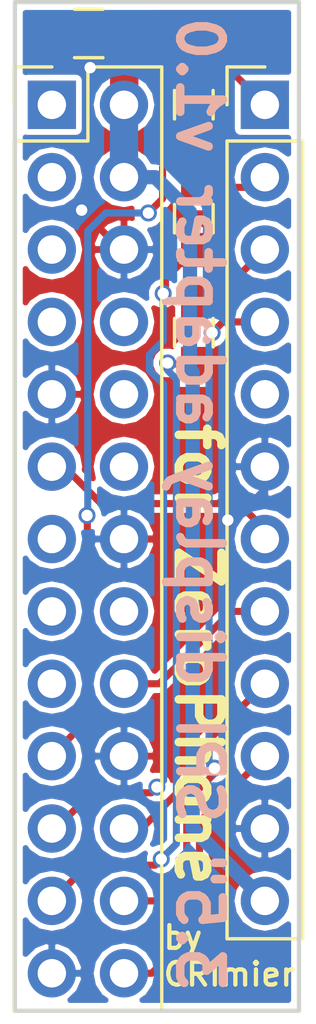
<source format=kicad_pcb>
(kicad_pcb (version 4) (host pcbnew 4.0.7)

  (general
    (links 21)
    (no_connects 0)
    (area 147.124999 101.324999 157.275001 136.875001)
    (thickness 1.6)
    (drawings 7)
    (tracks 98)
    (zones 0)
    (modules 6)
    (nets 14)
  )

  (page A4)
  (layers
    (0 F.Cu signal)
    (31 B.Cu signal)
    (32 B.Adhes user)
    (33 F.Adhes user)
    (34 B.Paste user)
    (35 F.Paste user)
    (36 B.SilkS user)
    (37 F.SilkS user)
    (38 B.Mask user)
    (39 F.Mask user)
    (40 Dwgs.User user)
    (41 Cmts.User user)
    (42 Eco1.User user)
    (43 Eco2.User user)
    (44 Edge.Cuts user)
    (45 Margin user)
    (46 B.CrtYd user)
    (47 F.CrtYd user)
    (48 B.Fab user hide)
    (49 F.Fab user hide)
  )

  (setup
    (last_trace_width 0.25)
    (user_trace_width 0.5)
    (user_trace_width 0.8)
    (user_trace_width 1)
    (trace_clearance 0.2)
    (zone_clearance 0.2)
    (zone_45_only no)
    (trace_min 0.2)
    (segment_width 0.2)
    (edge_width 0.15)
    (via_size 0.6)
    (via_drill 0.4)
    (via_min_size 0.4)
    (via_min_drill 0.3)
    (uvia_size 0.3)
    (uvia_drill 0.1)
    (uvias_allowed no)
    (uvia_min_size 0.2)
    (uvia_min_drill 0.1)
    (pcb_text_width 0.3)
    (pcb_text_size 1.5 1.5)
    (mod_edge_width 0.15)
    (mod_text_size 1 1)
    (mod_text_width 0.15)
    (pad_size 1.524 1.524)
    (pad_drill 0.762)
    (pad_to_mask_clearance 0.2)
    (aux_axis_origin 157.2 101.4)
    (visible_elements 7FFFFFFF)
    (pcbplotparams
      (layerselection 0x010f0_80000001)
      (usegerberextensions true)
      (usegerberattributes true)
      (excludeedgelayer true)
      (linewidth 0.100000)
      (plotframeref false)
      (viasonmask false)
      (mode 1)
      (useauxorigin true)
      (hpglpennumber 1)
      (hpglpenspeed 20)
      (hpglpendiameter 15)
      (hpglpenoverlay 2)
      (psnegative false)
      (psa4output false)
      (plotreference true)
      (plotvalue true)
      (plotinvisibletext false)
      (padsonsilk false)
      (subtractmaskfromsilk false)
      (outputformat 1)
      (mirror false)
      (drillshape 0)
      (scaleselection 1)
      (outputdirectory gerbers/))
  )

  (net 0 "")
  (net 1 +5V)
  (net 2 GND)
  (net 3 TP_IRQ)
  (net 4 D_DC)
  (net 5 MOSI)
  (net 6 MISO)
  (net 7 D_RST)
  (net 8 SCK)
  (net 9 D_CS)
  (net 10 TP_CS)
  (net 11 "Net-(J2-Pad1)")
  (net 12 "Net-(J2-Pad2)")
  (net 13 "Net-(J2-Pad3)")

  (net_class Default "This is the default net class."
    (clearance 0.2)
    (trace_width 0.25)
    (via_dia 0.6)
    (via_drill 0.4)
    (uvia_dia 0.3)
    (uvia_drill 0.1)
    (add_net +5V)
    (add_net D_CS)
    (add_net D_DC)
    (add_net D_RST)
    (add_net GND)
    (add_net MISO)
    (add_net MOSI)
    (add_net "Net-(J2-Pad1)")
    (add_net "Net-(J2-Pad2)")
    (add_net "Net-(J2-Pad3)")
    (add_net SCK)
    (add_net TP_CS)
    (add_net TP_IRQ)
  )

  (module Capacitors_SMD:C_0805_HandSoldering (layer F.Cu) (tedit 5AC0C477) (tstamp 5AC0C412)
    (at 149.8 102.5 180)
    (descr "Capacitor SMD 0805, hand soldering")
    (tags "capacitor 0805")
    (path /5AC0CF28)
    (attr smd)
    (fp_text reference C1 (at 0 -1.75 180) (layer F.SilkS) hide
      (effects (font (size 1 1) (thickness 0.15)))
    )
    (fp_text value 100nF (at 0 1.75 180) (layer F.Fab)
      (effects (font (size 1 1) (thickness 0.15)))
    )
    (fp_text user %R (at 0 -1.75 180) (layer F.Fab) hide
      (effects (font (size 1 1) (thickness 0.15)))
    )
    (fp_line (start -1 0.62) (end -1 -0.62) (layer F.Fab) (width 0.1))
    (fp_line (start 1 0.62) (end -1 0.62) (layer F.Fab) (width 0.1))
    (fp_line (start 1 -0.62) (end 1 0.62) (layer F.Fab) (width 0.1))
    (fp_line (start -1 -0.62) (end 1 -0.62) (layer F.Fab) (width 0.1))
    (fp_line (start 0.5 -0.85) (end -0.5 -0.85) (layer F.SilkS) (width 0.12))
    (fp_line (start -0.5 0.85) (end 0.5 0.85) (layer F.SilkS) (width 0.12))
    (fp_line (start -2.25 -0.88) (end 2.25 -0.88) (layer F.CrtYd) (width 0.05))
    (fp_line (start -2.25 -0.88) (end -2.25 0.87) (layer F.CrtYd) (width 0.05))
    (fp_line (start 2.25 0.87) (end 2.25 -0.88) (layer F.CrtYd) (width 0.05))
    (fp_line (start 2.25 0.87) (end -2.25 0.87) (layer F.CrtYd) (width 0.05))
    (pad 1 smd rect (at -1.25 0 180) (size 1.5 1.25) (layers F.Cu F.Paste F.Mask)
      (net 1 +5V))
    (pad 2 smd rect (at 1.25 0 180) (size 1.5 1.25) (layers F.Cu F.Paste F.Mask)
      (net 2 GND))
    (model Capacitors_SMD.3dshapes/C_0805.wrl
      (at (xyz 0 0 0))
      (scale (xyz 1 1 1))
      (rotate (xyz 0 0 0))
    )
  )

  (module Pin_Headers:Pin_Header_Straight_2x13_Pitch2.54mm (layer F.Cu) (tedit 5AC0C46D) (tstamp 5AC0C430)
    (at 148.5011 105.0036)
    (descr "Through hole straight pin header, 2x13, 2.54mm pitch, double rows")
    (tags "Through hole pin header THT 2x13 2.54mm double row")
    (path /5AC0C796)
    (fp_text reference J1 (at 1.27 -2.33) (layer F.SilkS) hide
      (effects (font (size 1 1) (thickness 0.15)))
    )
    (fp_text value DISPLAY (at 1.27 32.81) (layer F.Fab)
      (effects (font (size 1 1) (thickness 0.15)))
    )
    (fp_line (start 0 -1.27) (end 3.81 -1.27) (layer F.Fab) (width 0.1))
    (fp_line (start 3.81 -1.27) (end 3.81 31.75) (layer F.Fab) (width 0.1))
    (fp_line (start 3.81 31.75) (end -1.27 31.75) (layer F.Fab) (width 0.1))
    (fp_line (start -1.27 31.75) (end -1.27 0) (layer F.Fab) (width 0.1))
    (fp_line (start -1.27 0) (end 0 -1.27) (layer F.Fab) (width 0.1))
    (fp_line (start -1.33 31.81) (end 3.87 31.81) (layer F.SilkS) (width 0.12))
    (fp_line (start -1.33 1.27) (end -1.33 31.81) (layer F.SilkS) (width 0.12))
    (fp_line (start 3.87 -1.33) (end 3.87 31.81) (layer F.SilkS) (width 0.12))
    (fp_line (start -1.33 1.27) (end 1.27 1.27) (layer F.SilkS) (width 0.12))
    (fp_line (start 1.27 1.27) (end 1.27 -1.33) (layer F.SilkS) (width 0.12))
    (fp_line (start 1.27 -1.33) (end 3.87 -1.33) (layer F.SilkS) (width 0.12))
    (fp_line (start -1.33 0) (end -1.33 -1.33) (layer F.SilkS) (width 0.12))
    (fp_line (start -1.33 -1.33) (end 0 -1.33) (layer F.SilkS) (width 0.12))
    (fp_line (start -1.8 -1.8) (end -1.8 32.25) (layer F.CrtYd) (width 0.05))
    (fp_line (start -1.8 32.25) (end 4.35 32.25) (layer F.CrtYd) (width 0.05))
    (fp_line (start 4.35 32.25) (end 4.35 -1.8) (layer F.CrtYd) (width 0.05))
    (fp_line (start 4.35 -1.8) (end -1.8 -1.8) (layer F.CrtYd) (width 0.05))
    (fp_text user %R (at 1.27 15.24 90) (layer F.Fab) hide
      (effects (font (size 1 1) (thickness 0.15)))
    )
    (pad 1 thru_hole rect (at 0 0) (size 1.7 1.7) (drill 1) (layers *.Cu *.Mask))
    (pad 2 thru_hole oval (at 2.54 0) (size 1.7 1.7) (drill 1) (layers *.Cu *.Mask)
      (net 1 +5V))
    (pad 3 thru_hole oval (at 0 2.54) (size 1.7 1.7) (drill 1) (layers *.Cu *.Mask))
    (pad 4 thru_hole oval (at 2.54 2.54) (size 1.7 1.7) (drill 1) (layers *.Cu *.Mask)
      (net 1 +5V))
    (pad 5 thru_hole oval (at 0 5.08) (size 1.7 1.7) (drill 1) (layers *.Cu *.Mask))
    (pad 6 thru_hole oval (at 2.54 5.08) (size 1.7 1.7) (drill 1) (layers *.Cu *.Mask)
      (net 2 GND))
    (pad 7 thru_hole oval (at 0 7.62) (size 1.7 1.7) (drill 1) (layers *.Cu *.Mask))
    (pad 8 thru_hole oval (at 2.54 7.62) (size 1.7 1.7) (drill 1) (layers *.Cu *.Mask))
    (pad 9 thru_hole oval (at 0 10.16) (size 1.7 1.7) (drill 1) (layers *.Cu *.Mask)
      (net 2 GND))
    (pad 10 thru_hole oval (at 2.54 10.16) (size 1.7 1.7) (drill 1) (layers *.Cu *.Mask))
    (pad 11 thru_hole oval (at 0 12.7) (size 1.7 1.7) (drill 1) (layers *.Cu *.Mask)
      (net 3 TP_IRQ))
    (pad 12 thru_hole oval (at 2.54 12.7) (size 1.7 1.7) (drill 1) (layers *.Cu *.Mask))
    (pad 13 thru_hole oval (at 0 15.24) (size 1.7 1.7) (drill 1) (layers *.Cu *.Mask))
    (pad 14 thru_hole oval (at 2.54 15.24) (size 1.7 1.7) (drill 1) (layers *.Cu *.Mask)
      (net 2 GND))
    (pad 15 thru_hole oval (at 0 17.78) (size 1.7 1.7) (drill 1) (layers *.Cu *.Mask))
    (pad 16 thru_hole oval (at 2.54 17.78) (size 1.7 1.7) (drill 1) (layers *.Cu *.Mask))
    (pad 17 thru_hole oval (at 0 20.32) (size 1.7 1.7) (drill 1) (layers *.Cu *.Mask))
    (pad 18 thru_hole oval (at 2.54 20.32) (size 1.7 1.7) (drill 1) (layers *.Cu *.Mask)
      (net 4 D_DC))
    (pad 19 thru_hole oval (at 0 22.86) (size 1.7 1.7) (drill 1) (layers *.Cu *.Mask)
      (net 5 MOSI))
    (pad 20 thru_hole oval (at 2.54 22.86) (size 1.7 1.7) (drill 1) (layers *.Cu *.Mask)
      (net 2 GND))
    (pad 21 thru_hole oval (at 0 25.4) (size 1.7 1.7) (drill 1) (layers *.Cu *.Mask)
      (net 6 MISO))
    (pad 22 thru_hole oval (at 2.54 25.4) (size 1.7 1.7) (drill 1) (layers *.Cu *.Mask)
      (net 7 D_RST))
    (pad 23 thru_hole oval (at 0 27.94) (size 1.7 1.7) (drill 1) (layers *.Cu *.Mask)
      (net 8 SCK))
    (pad 24 thru_hole oval (at 2.54 27.94) (size 1.7 1.7) (drill 1) (layers *.Cu *.Mask)
      (net 9 D_CS))
    (pad 25 thru_hole oval (at 0 30.48) (size 1.7 1.7) (drill 1) (layers *.Cu *.Mask)
      (net 2 GND))
    (pad 26 thru_hole oval (at 2.54 30.48) (size 1.7 1.7) (drill 1) (layers *.Cu *.Mask)
      (net 10 TP_CS))
    (model ${KISYS3DMOD}/Pin_Headers.3dshapes/Pin_Header_Straight_2x13_Pitch2.54mm.wrl
      (at (xyz 0 0 0))
      (scale (xyz 1 1 1))
      (rotate (xyz 0 0 0))
    )
  )

  (module Resistors_SMD:R_0603_HandSoldering (layer F.Cu) (tedit 5AC0C47A) (tstamp 5AC0C447)
    (at 153.5 105 270)
    (descr "Resistor SMD 0603, hand soldering")
    (tags "resistor 0603")
    (path /5AC0C9D4)
    (attr smd)
    (fp_text reference R1 (at 0 -1.45 270) (layer F.SilkS) hide
      (effects (font (size 1 1) (thickness 0.15)))
    )
    (fp_text value 100 (at 0 1.55 270) (layer F.Fab)
      (effects (font (size 1 1) (thickness 0.15)))
    )
    (fp_text user %R (at 0 0 270) (layer F.Fab)
      (effects (font (size 0.4 0.4) (thickness 0.075)))
    )
    (fp_line (start -0.8 0.4) (end -0.8 -0.4) (layer F.Fab) (width 0.1))
    (fp_line (start 0.8 0.4) (end -0.8 0.4) (layer F.Fab) (width 0.1))
    (fp_line (start 0.8 -0.4) (end 0.8 0.4) (layer F.Fab) (width 0.1))
    (fp_line (start -0.8 -0.4) (end 0.8 -0.4) (layer F.Fab) (width 0.1))
    (fp_line (start 0.5 0.68) (end -0.5 0.68) (layer F.SilkS) (width 0.12))
    (fp_line (start -0.5 -0.68) (end 0.5 -0.68) (layer F.SilkS) (width 0.12))
    (fp_line (start -1.96 -0.7) (end 1.95 -0.7) (layer F.CrtYd) (width 0.05))
    (fp_line (start -1.96 -0.7) (end -1.96 0.7) (layer F.CrtYd) (width 0.05))
    (fp_line (start 1.95 0.7) (end 1.95 -0.7) (layer F.CrtYd) (width 0.05))
    (fp_line (start 1.95 0.7) (end -1.96 0.7) (layer F.CrtYd) (width 0.05))
    (pad 1 smd rect (at -1.1 0 270) (size 1.2 0.9) (layers F.Cu F.Paste F.Mask)
      (net 11 "Net-(J2-Pad1)"))
    (pad 2 smd rect (at 1.1 0 270) (size 1.2 0.9) (layers F.Cu F.Paste F.Mask)
      (net 5 MOSI))
    (model ${KISYS3DMOD}/Resistors_SMD.3dshapes/R_0603.wrl
      (at (xyz 0 0 0))
      (scale (xyz 1 1 1))
      (rotate (xyz 0 0 0))
    )
  )

  (module Resistors_SMD:R_0603_HandSoldering (layer F.Cu) (tedit 5AC0C480) (tstamp 5AC0C44D)
    (at 153.5 109 270)
    (descr "Resistor SMD 0603, hand soldering")
    (tags "resistor 0603")
    (path /5AC0CA6C)
    (attr smd)
    (fp_text reference R2 (at 0 -1.45 270) (layer F.SilkS) hide
      (effects (font (size 1 1) (thickness 0.15)))
    )
    (fp_text value 100 (at 0 1.55 270) (layer F.Fab)
      (effects (font (size 1 1) (thickness 0.15)))
    )
    (fp_text user %R (at 0 0 270) (layer F.Fab)
      (effects (font (size 0.4 0.4) (thickness 0.075)))
    )
    (fp_line (start -0.8 0.4) (end -0.8 -0.4) (layer F.Fab) (width 0.1))
    (fp_line (start 0.8 0.4) (end -0.8 0.4) (layer F.Fab) (width 0.1))
    (fp_line (start 0.8 -0.4) (end 0.8 0.4) (layer F.Fab) (width 0.1))
    (fp_line (start -0.8 -0.4) (end 0.8 -0.4) (layer F.Fab) (width 0.1))
    (fp_line (start 0.5 0.68) (end -0.5 0.68) (layer F.SilkS) (width 0.12))
    (fp_line (start -0.5 -0.68) (end 0.5 -0.68) (layer F.SilkS) (width 0.12))
    (fp_line (start -1.96 -0.7) (end 1.95 -0.7) (layer F.CrtYd) (width 0.05))
    (fp_line (start -1.96 -0.7) (end -1.96 0.7) (layer F.CrtYd) (width 0.05))
    (fp_line (start 1.95 0.7) (end 1.95 -0.7) (layer F.CrtYd) (width 0.05))
    (fp_line (start 1.95 0.7) (end -1.96 0.7) (layer F.CrtYd) (width 0.05))
    (pad 1 smd rect (at -1.1 0 270) (size 1.2 0.9) (layers F.Cu F.Paste F.Mask)
      (net 12 "Net-(J2-Pad2)"))
    (pad 2 smd rect (at 1.1 0 270) (size 1.2 0.9) (layers F.Cu F.Paste F.Mask)
      (net 6 MISO))
    (model ${KISYS3DMOD}/Resistors_SMD.3dshapes/R_0603.wrl
      (at (xyz 0 0 0))
      (scale (xyz 1 1 1))
      (rotate (xyz 0 0 0))
    )
  )

  (module Resistors_SMD:R_0603_HandSoldering (layer F.Cu) (tedit 5AC0C47D) (tstamp 5AC0C453)
    (at 153.5 113 270)
    (descr "Resistor SMD 0603, hand soldering")
    (tags "resistor 0603")
    (path /5AC0CA88)
    (attr smd)
    (fp_text reference R3 (at 0 -1.45 270) (layer F.SilkS) hide
      (effects (font (size 1 1) (thickness 0.15)))
    )
    (fp_text value 100 (at 0 1.55 270) (layer F.Fab)
      (effects (font (size 1 1) (thickness 0.15)))
    )
    (fp_text user %R (at 0 0 270) (layer F.Fab)
      (effects (font (size 0.4 0.4) (thickness 0.075)))
    )
    (fp_line (start -0.8 0.4) (end -0.8 -0.4) (layer F.Fab) (width 0.1))
    (fp_line (start 0.8 0.4) (end -0.8 0.4) (layer F.Fab) (width 0.1))
    (fp_line (start 0.8 -0.4) (end 0.8 0.4) (layer F.Fab) (width 0.1))
    (fp_line (start -0.8 -0.4) (end 0.8 -0.4) (layer F.Fab) (width 0.1))
    (fp_line (start 0.5 0.68) (end -0.5 0.68) (layer F.SilkS) (width 0.12))
    (fp_line (start -0.5 -0.68) (end 0.5 -0.68) (layer F.SilkS) (width 0.12))
    (fp_line (start -1.96 -0.7) (end 1.95 -0.7) (layer F.CrtYd) (width 0.05))
    (fp_line (start -1.96 -0.7) (end -1.96 0.7) (layer F.CrtYd) (width 0.05))
    (fp_line (start 1.95 0.7) (end 1.95 -0.7) (layer F.CrtYd) (width 0.05))
    (fp_line (start 1.95 0.7) (end -1.96 0.7) (layer F.CrtYd) (width 0.05))
    (pad 1 smd rect (at -1.1 0 270) (size 1.2 0.9) (layers F.Cu F.Paste F.Mask)
      (net 13 "Net-(J2-Pad3)"))
    (pad 2 smd rect (at 1.1 0 270) (size 1.2 0.9) (layers F.Cu F.Paste F.Mask)
      (net 8 SCK))
    (model ${KISYS3DMOD}/Resistors_SMD.3dshapes/R_0603.wrl
      (at (xyz 0 0 0))
      (scale (xyz 1 1 1))
      (rotate (xyz 0 0 0))
    )
  )

  (module Pin_Headers:Pin_Header_Straight_1x12_Pitch2.54mm (layer F.Cu) (tedit 5AC0C46F) (tstamp 5AC0C47C)
    (at 156 105.0036)
    (descr "Through hole straight pin header, 1x12, 2.54mm pitch, single row")
    (tags "Through hole pin header THT 1x12 2.54mm single row")
    (path /5AC0C764)
    (fp_text reference J2 (at 0 -2.33) (layer F.SilkS) hide
      (effects (font (size 1 1) (thickness 0.15)))
    )
    (fp_text value SPI_CONN (at 0 30.27) (layer F.Fab)
      (effects (font (size 1 1) (thickness 0.15)))
    )
    (fp_line (start -0.635 -1.27) (end 1.27 -1.27) (layer F.Fab) (width 0.1))
    (fp_line (start 1.27 -1.27) (end 1.27 29.21) (layer F.Fab) (width 0.1))
    (fp_line (start 1.27 29.21) (end -1.27 29.21) (layer F.Fab) (width 0.1))
    (fp_line (start -1.27 29.21) (end -1.27 -0.635) (layer F.Fab) (width 0.1))
    (fp_line (start -1.27 -0.635) (end -0.635 -1.27) (layer F.Fab) (width 0.1))
    (fp_line (start -1.33 29.27) (end 1.33 29.27) (layer F.SilkS) (width 0.12))
    (fp_line (start -1.33 1.27) (end -1.33 29.27) (layer F.SilkS) (width 0.12))
    (fp_line (start 1.33 1.27) (end 1.33 29.27) (layer F.SilkS) (width 0.12))
    (fp_line (start -1.33 1.27) (end 1.33 1.27) (layer F.SilkS) (width 0.12))
    (fp_line (start -1.33 0) (end -1.33 -1.33) (layer F.SilkS) (width 0.12))
    (fp_line (start -1.33 -1.33) (end 0 -1.33) (layer F.SilkS) (width 0.12))
    (fp_line (start -1.8 -1.8) (end -1.8 29.75) (layer F.CrtYd) (width 0.05))
    (fp_line (start -1.8 29.75) (end 1.8 29.75) (layer F.CrtYd) (width 0.05))
    (fp_line (start 1.8 29.75) (end 1.8 -1.8) (layer F.CrtYd) (width 0.05))
    (fp_line (start 1.8 -1.8) (end -1.8 -1.8) (layer F.CrtYd) (width 0.05))
    (fp_text user %R (at 0 13.97 90) (layer F.Fab) hide
      (effects (font (size 1 1) (thickness 0.15)))
    )
    (pad 1 thru_hole rect (at 0 0) (size 1.7 1.7) (drill 1) (layers *.Cu *.Mask)
      (net 11 "Net-(J2-Pad1)"))
    (pad 2 thru_hole oval (at 0 2.54) (size 1.7 1.7) (drill 1) (layers *.Cu *.Mask)
      (net 12 "Net-(J2-Pad2)"))
    (pad 3 thru_hole oval (at 0 5.08) (size 1.7 1.7) (drill 1) (layers *.Cu *.Mask)
      (net 13 "Net-(J2-Pad3)"))
    (pad 4 thru_hole oval (at 0 7.62) (size 1.7 1.7) (drill 1) (layers *.Cu *.Mask)
      (net 9 D_CS))
    (pad 5 thru_hole oval (at 0 10.16) (size 1.7 1.7) (drill 1) (layers *.Cu *.Mask))
    (pad 6 thru_hole oval (at 0 12.7) (size 1.7 1.7) (drill 1) (layers *.Cu *.Mask)
      (net 2 GND))
    (pad 7 thru_hole oval (at 0 15.24) (size 1.7 1.7) (drill 1) (layers *.Cu *.Mask)
      (net 3 TP_IRQ))
    (pad 8 thru_hole oval (at 0 17.78) (size 1.7 1.7) (drill 1) (layers *.Cu *.Mask)
      (net 4 D_DC))
    (pad 9 thru_hole oval (at 0 20.32) (size 1.7 1.7) (drill 1) (layers *.Cu *.Mask)
      (net 7 D_RST))
    (pad 10 thru_hole oval (at 0 22.86) (size 1.7 1.7) (drill 1) (layers *.Cu *.Mask)
      (net 10 TP_CS))
    (pad 11 thru_hole oval (at 0 25.4) (size 1.7 1.7) (drill 1) (layers *.Cu *.Mask)
      (net 2 GND))
    (pad 12 thru_hole oval (at 0 27.94) (size 1.7 1.7) (drill 1) (layers *.Cu *.Mask)
      (net 1 +5V))
    (model Pin_Headers.3dshapes/Pin_Header_Angled_1x12_Pitch2.54mm.wrl
      (at (xyz 0 0 0))
      (scale (xyz 1 1 1))
      (rotate (xyz 0 0 0))
    )
  )

  (gr_text "by\nCRImier" (at 152.35 134.875) (layer F.SilkS)
    (effects (font (size 0.8 0.8) (thickness 0.15)) (justify left))
  )
  (gr_text "for ZeroPhone" (at 153.65 124.3 270) (layer F.SilkS) (tstamp 5AC0CD9C)
    (effects (font (size 1.5 1.5) (thickness 0.3)))
  )
  (gr_text "3.5\" SPI display adapter v1.0" (at 153.7 119 270) (layer B.SilkS)
    (effects (font (size 1.5 1.5) (thickness 0.3)) (justify mirror))
  )
  (gr_line (start 147.2 136.8) (end 147.2 101.4) (layer Edge.Cuts) (width 0.15))
  (gr_line (start 157.2 136.8) (end 147.2 136.8) (layer Edge.Cuts) (width 0.15))
  (gr_line (start 157.2 101.4) (end 157.2 136.8) (layer Edge.Cuts) (width 0.15))
  (gr_line (start 147.2 101.4) (end 157.2 101.4) (layer Edge.Cuts) (width 0.15))

  (segment (start 153.365506 114.302043) (end 153.365506 108.769569) (width 0.5) (layer B.Cu) (net 1))
  (segment (start 156 132.9436) (end 153.460677 130.404277) (width 0.5) (layer B.Cu) (net 1))
  (segment (start 153.365506 108.769569) (end 152.139537 107.5436) (width 0.5) (layer B.Cu) (net 1))
  (segment (start 153.460677 130.404277) (end 153.460677 114.397214) (width 0.5) (layer B.Cu) (net 1))
  (segment (start 153.460677 114.397214) (end 153.365506 114.302043) (width 0.5) (layer B.Cu) (net 1))
  (segment (start 152.139537 107.5436) (end 151.0411 107.5436) (width 0.5) (layer B.Cu) (net 1))
  (segment (start 151.05 102.5) (end 151.05 104.9947) (width 1) (layer F.Cu) (net 1))
  (segment (start 151.05 104.9947) (end 151.0411 105.0036) (width 1) (layer F.Cu) (net 1))
  (segment (start 151.0411 107.5436) (end 151.0411 105.0036) (width 1) (layer B.Cu) (net 1))
  (segment (start 148.55 102.5) (end 148.65 102.5) (width 0.25) (layer F.Cu) (net 2))
  (segment (start 148.65 102.5) (end 149.85 103.7) (width 0.25) (layer F.Cu) (net 2))
  (via (at 149.85 103.7) (size 0.6) (drill 0.4) (layers F.Cu B.Cu) (net 2))
  (segment (start 151.0411 110.0836) (end 150.9336 110.0836) (width 0.25) (layer F.Cu) (net 2))
  (segment (start 150.9336 110.0836) (end 149.55 108.7) (width 0.25) (layer F.Cu) (net 2))
  (via (at 149.55 108.7) (size 0.6) (drill 0.4) (layers F.Cu B.Cu) (net 2))
  (segment (start 154.926654 119.577944) (end 154.696599 119.577944) (width 0.25) (layer B.Cu) (net 2))
  (segment (start 156 118.504598) (end 154.926654 119.577944) (width 0.25) (layer B.Cu) (net 2))
  (segment (start 156 117.7036) (end 156 118.504598) (width 0.25) (layer B.Cu) (net 2))
  (segment (start 151.0411 120.2436) (end 154.4564 120.2436) (width 0.25) (layer F.Cu) (net 2))
  (via (at 154.696599 119.577944) (size 0.6) (drill 0.4) (layers F.Cu B.Cu) (net 2))
  (segment (start 154.4564 120.2436) (end 154.696599 120.003401) (width 0.25) (layer F.Cu) (net 2))
  (segment (start 154.696599 120.003401) (end 154.696599 119.577944) (width 0.25) (layer F.Cu) (net 2))
  (segment (start 151.0411 110.0836) (end 151.0411 109.9411) (width 0.25) (layer B.Cu) (net 2))
  (segment (start 154.366125 119) (end 154.440824 118.925301) (width 0.25) (layer F.Cu) (net 3))
  (segment (start 155.016936 118.925301) (end 156 119.908365) (width 0.25) (layer F.Cu) (net 3))
  (segment (start 154.440824 118.925301) (end 155.016936 118.925301) (width 0.25) (layer F.Cu) (net 3))
  (segment (start 148.937338 117.7036) (end 150.233738 119) (width 0.25) (layer F.Cu) (net 3))
  (segment (start 150.233738 119) (end 154.366125 119) (width 0.25) (layer F.Cu) (net 3))
  (segment (start 148.5011 117.7036) (end 148.937338 117.7036) (width 0.25) (layer F.Cu) (net 3))
  (segment (start 156 119.908365) (end 156 120.2436) (width 0.25) (layer F.Cu) (net 3))
  (segment (start 151.0411 125.3236) (end 152.2764 125.3236) (width 0.25) (layer F.Cu) (net 4))
  (segment (start 152.2764 125.3236) (end 154.8164 122.7836) (width 0.25) (layer F.Cu) (net 4))
  (segment (start 154.8164 122.7836) (end 156 122.7836) (width 0.25) (layer F.Cu) (net 4))
  (segment (start 151.9 108.8) (end 150.4 108.8) (width 0.25) (layer B.Cu) (net 5))
  (segment (start 150.4 108.8) (end 149.766028 109.433972) (width 0.25) (layer B.Cu) (net 5))
  (segment (start 149.766028 119.388361) (end 149.739395 119.414994) (width 0.25) (layer B.Cu) (net 5))
  (segment (start 149.766028 109.433972) (end 149.766028 119.388361) (width 0.25) (layer B.Cu) (net 5))
  (segment (start 149.75 119.425599) (end 149.739395 119.414994) (width 0.25) (layer F.Cu) (net 5))
  (segment (start 149.75 126.6) (end 149.75 119.425599) (width 0.25) (layer F.Cu) (net 5))
  (segment (start 148.5011 127.8636) (end 148.5011 127.8489) (width 0.25) (layer F.Cu) (net 5))
  (segment (start 148.5011 127.8489) (end 149.75 126.6) (width 0.25) (layer F.Cu) (net 5))
  (via (at 149.739395 119.414994) (size 0.6) (drill 0.4) (layers F.Cu B.Cu) (net 5))
  (via (at 151.9 108.8) (size 0.6) (drill 0.4) (layers F.Cu B.Cu) (net 5))
  (segment (start 152.4 108.3) (end 151.9 108.8) (width 0.25) (layer F.Cu) (net 5))
  (segment (start 152.4 107.2) (end 152.4 108.3) (width 0.25) (layer F.Cu) (net 5))
  (segment (start 153.5 106.1) (end 152.4 107.2) (width 0.25) (layer F.Cu) (net 5))
  (segment (start 152.2 128.95) (end 152.435655 128.714345) (width 0.25) (layer B.Cu) (net 6))
  (segment (start 151.937915 113.771954) (end 152.421037 113.288832) (width 0.25) (layer B.Cu) (net 6))
  (segment (start 152.435655 128.714345) (end 152.435655 114.815657) (width 0.25) (layer B.Cu) (net 6))
  (segment (start 152.435655 114.815657) (end 151.937915 114.317917) (width 0.25) (layer B.Cu) (net 6))
  (segment (start 151.937915 114.317917) (end 151.937915 113.771954) (width 0.25) (layer B.Cu) (net 6))
  (segment (start 152.421037 113.288832) (end 152.421037 111.624925) (width 0.25) (layer B.Cu) (net 6))
  (segment (start 152.502492 111.097508) (end 152.502492 111.54347) (width 0.25) (layer F.Cu) (net 6))
  (segment (start 153.5 110.1) (end 152.502492 111.097508) (width 0.25) (layer F.Cu) (net 6))
  (via (at 152.421037 111.624925) (size 0.6) (drill 0.4) (layers F.Cu B.Cu) (net 6))
  (segment (start 152.502492 111.54347) (end 152.421037 111.624925) (width 0.25) (layer F.Cu) (net 6))
  (segment (start 149.9 129.15) (end 152 129.15) (width 0.25) (layer F.Cu) (net 6))
  (segment (start 152 129.15) (end 152.2 128.95) (width 0.25) (layer F.Cu) (net 6))
  (via (at 152.2 128.95) (size 0.6) (drill 0.4) (layers F.Cu B.Cu) (net 6))
  (segment (start 148.6464 130.4036) (end 149.9 129.15) (width 0.25) (layer F.Cu) (net 6))
  (segment (start 148.5011 130.4036) (end 148.6464 130.4036) (width 0.25) (layer F.Cu) (net 6))
  (segment (start 151.0411 130.4036) (end 151.659128 130.4036) (width 0.25) (layer F.Cu) (net 7))
  (segment (start 151.659128 130.4036) (end 153.6 128.462728) (width 0.25) (layer F.Cu) (net 7))
  (segment (start 153.6 128.462728) (end 153.6 127.7236) (width 0.25) (layer F.Cu) (net 7))
  (segment (start 153.6 127.7236) (end 156 125.3236) (width 0.25) (layer F.Cu) (net 7))
  (segment (start 152.577125 114.320717) (end 152.577125 114.063969) (width 0.25) (layer B.Cu) (net 8))
  (segment (start 152.352455 131.476885) (end 152.885666 130.943674) (width 0.25) (layer B.Cu) (net 8))
  (segment (start 152.885666 130.943674) (end 152.885666 114.629257) (width 0.25) (layer B.Cu) (net 8))
  (segment (start 152.885666 114.629257) (end 152.577125 114.320717) (width 0.25) (layer B.Cu) (net 8))
  (segment (start 152.613156 114.1) (end 152.577125 114.063969) (width 0.25) (layer F.Cu) (net 8))
  (segment (start 153.5 114.1) (end 152.613156 114.1) (width 0.25) (layer F.Cu) (net 8))
  (via (at 152.577125 114.063969) (size 0.6) (drill 0.4) (layers F.Cu B.Cu) (net 8))
  (segment (start 148.5011 132.9436) (end 149.754271 131.690429) (width 0.25) (layer F.Cu) (net 8))
  (segment (start 149.754271 131.690429) (end 152.138911 131.690429) (width 0.25) (layer F.Cu) (net 8))
  (segment (start 152.138911 131.690429) (end 152.352455 131.476885) (width 0.25) (layer F.Cu) (net 8))
  (via (at 152.352455 131.476885) (size 0.6) (drill 0.4) (layers F.Cu B.Cu) (net 8))
  (segment (start 154.522461 112.6236) (end 154.144747 113.001314) (width 0.25) (layer F.Cu) (net 9))
  (segment (start 156 112.6236) (end 154.522461 112.6236) (width 0.25) (layer F.Cu) (net 9))
  (segment (start 154.035686 113.110375) (end 154.144747 113.001314) (width 0.25) (layer B.Cu) (net 9))
  (segment (start 154.035686 128.094421) (end 154.035686 113.110375) (width 0.25) (layer B.Cu) (net 9))
  (segment (start 154.225007 128.283742) (end 154.035686 128.094421) (width 0.25) (layer B.Cu) (net 9))
  (via (at 154.144747 113.001314) (size 0.6) (drill 0.4) (layers F.Cu B.Cu) (net 9))
  (segment (start 154.225007 128.474131) (end 154.225007 128.283742) (width 0.25) (layer F.Cu) (net 9))
  (segment (start 153.250997 132.360776) (end 153.250997 129.448141) (width 0.25) (layer F.Cu) (net 9))
  (segment (start 151.0411 132.9436) (end 152.668173 132.9436) (width 0.25) (layer F.Cu) (net 9))
  (segment (start 153.250997 129.448141) (end 154.225007 128.474131) (width 0.25) (layer F.Cu) (net 9))
  (segment (start 152.668173 132.9436) (end 153.250997 132.360776) (width 0.25) (layer F.Cu) (net 9))
  (via (at 154.225007 128.283742) (size 0.6) (drill 0.4) (layers F.Cu B.Cu) (net 9))
  (segment (start 153.701008 133.798992) (end 153.701008 130.162592) (width 0.25) (layer F.Cu) (net 10))
  (segment (start 153.701008 130.162592) (end 156 127.8636) (width 0.25) (layer F.Cu) (net 10))
  (segment (start 151.0411 135.4836) (end 152.0164 135.4836) (width 0.25) (layer F.Cu) (net 10))
  (segment (start 152.0164 135.4836) (end 153.701008 133.798992) (width 0.25) (layer F.Cu) (net 10))
  (segment (start 153.5 103.9) (end 154.8964 103.9) (width 0.25) (layer F.Cu) (net 11))
  (segment (start 154.8964 103.9) (end 156 105.0036) (width 0.25) (layer F.Cu) (net 11))
  (segment (start 153.5 107.9) (end 155.6436 107.9) (width 0.25) (layer F.Cu) (net 12))
  (segment (start 155.6436 107.9) (end 156 107.5436) (width 0.25) (layer F.Cu) (net 12))
  (segment (start 153.5 111.9) (end 154.1836 111.9) (width 0.25) (layer F.Cu) (net 13))
  (segment (start 154.1836 111.9) (end 156 110.0836) (width 0.25) (layer F.Cu) (net 13))

  (zone (net 2) (net_name GND) (layer B.Cu) (tstamp 0) (hatch edge 0.508)
    (connect_pads (clearance 0.2))
    (min_thickness 0.2)
    (fill yes (arc_segments 16) (thermal_gap 0.2) (thermal_bridge_width 0.24))
    (polygon
      (pts
        (xy 147.2 101.4) (xy 157.2 101.4) (xy 157.2 136.8) (xy 147.2 136.8)
      )
    )
    (filled_polygon
      (pts
        (xy 152.010655 119.646573) (xy 151.983086 119.583928) (xy 151.658936 119.27366) (xy 151.240726 119.111057) (xy 151.0611 119.168772)
        (xy 151.0611 120.2236) (xy 151.0811 120.2236) (xy 151.0811 120.2636) (xy 151.0611 120.2636) (xy 151.0611 121.318428)
        (xy 151.240726 121.376143) (xy 151.658936 121.21354) (xy 151.983086 120.903272) (xy 152.010655 120.840627) (xy 152.010655 122.170751)
        (xy 151.876803 121.970427) (xy 151.503716 121.721139) (xy 151.06363 121.6336) (xy 151.01857 121.6336) (xy 150.578484 121.721139)
        (xy 150.205397 121.970427) (xy 149.956109 122.343514) (xy 149.86857 122.7836) (xy 149.956109 123.223686) (xy 150.205397 123.596773)
        (xy 150.578484 123.846061) (xy 151.01857 123.9336) (xy 151.06363 123.9336) (xy 151.503716 123.846061) (xy 151.876803 123.596773)
        (xy 152.010655 123.396449) (xy 152.010655 124.710751) (xy 151.876803 124.510427) (xy 151.503716 124.261139) (xy 151.06363 124.1736)
        (xy 151.01857 124.1736) (xy 150.578484 124.261139) (xy 150.205397 124.510427) (xy 149.956109 124.883514) (xy 149.86857 125.3236)
        (xy 149.956109 125.763686) (xy 150.205397 126.136773) (xy 150.578484 126.386061) (xy 151.01857 126.4736) (xy 151.06363 126.4736)
        (xy 151.503716 126.386061) (xy 151.876803 126.136773) (xy 152.010655 125.936449) (xy 152.010655 127.266573) (xy 151.983086 127.203928)
        (xy 151.658936 126.89366) (xy 151.240726 126.731057) (xy 151.0611 126.788772) (xy 151.0611 127.8436) (xy 151.0811 127.8436)
        (xy 151.0811 127.8836) (xy 151.0611 127.8836) (xy 151.0611 128.938428) (xy 151.240726 128.996143) (xy 151.600081 128.856423)
        (xy 151.599896 129.068824) (xy 151.691048 129.289429) (xy 151.859683 129.458359) (xy 152.080129 129.549896) (xy 152.318824 129.550104)
        (xy 152.460666 129.491496) (xy 152.460666 130.767633) (xy 152.351416 130.876884) (xy 152.233631 130.876781) (xy 152.054531 130.950784)
        (xy 152.126091 130.843686) (xy 152.21363 130.4036) (xy 152.126091 129.963514) (xy 151.876803 129.590427) (xy 151.503716 129.341139)
        (xy 151.06363 129.2536) (xy 151.01857 129.2536) (xy 150.578484 129.341139) (xy 150.205397 129.590427) (xy 149.956109 129.963514)
        (xy 149.86857 130.4036) (xy 149.956109 130.843686) (xy 150.205397 131.216773) (xy 150.578484 131.466061) (xy 151.01857 131.5536)
        (xy 151.06363 131.5536) (xy 151.503716 131.466061) (xy 151.785445 131.277817) (xy 151.752559 131.357014) (xy 151.752351 131.595709)
        (xy 151.843503 131.816314) (xy 152.012138 131.985244) (xy 152.232584 132.076781) (xy 152.471279 132.076989) (xy 152.691884 131.985837)
        (xy 152.860814 131.817202) (xy 152.952351 131.596756) (xy 152.952455 131.477926) (xy 153.186186 131.244195) (xy 153.278314 131.106315)
        (xy 153.278315 131.106314) (xy 153.295998 131.017416) (xy 154.892957 132.614375) (xy 154.82747 132.9436) (xy 154.915009 133.383686)
        (xy 155.164297 133.756773) (xy 155.537384 134.006061) (xy 155.97747 134.0936) (xy 156.02253 134.0936) (xy 156.462616 134.006061)
        (xy 156.825 133.763924) (xy 156.825 136.425) (xy 151.684897 136.425) (xy 151.876803 136.296773) (xy 152.126091 135.923686)
        (xy 152.21363 135.4836) (xy 152.126091 135.043514) (xy 151.876803 134.670427) (xy 151.503716 134.421139) (xy 151.06363 134.3336)
        (xy 151.01857 134.3336) (xy 150.578484 134.421139) (xy 150.205397 134.670427) (xy 149.956109 135.043514) (xy 149.86857 135.4836)
        (xy 149.956109 135.923686) (xy 150.205397 136.296773) (xy 150.397303 136.425) (xy 149.148753 136.425) (xy 149.443086 136.143272)
        (xy 149.623827 135.732575) (xy 149.633641 135.683226) (xy 149.575914 135.5036) (xy 148.5211 135.5036) (xy 148.5211 135.5236)
        (xy 148.4811 135.5236) (xy 148.4811 135.5036) (xy 148.4611 135.5036) (xy 148.4611 135.4636) (xy 148.4811 135.4636)
        (xy 148.4811 134.408772) (xy 148.5211 134.408772) (xy 148.5211 135.4636) (xy 149.575914 135.4636) (xy 149.633641 135.283974)
        (xy 149.623827 135.234625) (xy 149.443086 134.823928) (xy 149.118936 134.51366) (xy 148.700726 134.351057) (xy 148.5211 134.408772)
        (xy 148.4811 134.408772) (xy 148.301474 134.351057) (xy 147.883264 134.51366) (xy 147.575 134.808722) (xy 147.575 133.621484)
        (xy 147.665397 133.756773) (xy 148.038484 134.006061) (xy 148.47857 134.0936) (xy 148.52363 134.0936) (xy 148.963716 134.006061)
        (xy 149.336803 133.756773) (xy 149.586091 133.383686) (xy 149.67363 132.9436) (xy 149.86857 132.9436) (xy 149.956109 133.383686)
        (xy 150.205397 133.756773) (xy 150.578484 134.006061) (xy 151.01857 134.0936) (xy 151.06363 134.0936) (xy 151.503716 134.006061)
        (xy 151.876803 133.756773) (xy 152.126091 133.383686) (xy 152.21363 132.9436) (xy 152.126091 132.503514) (xy 151.876803 132.130427)
        (xy 151.503716 131.881139) (xy 151.06363 131.7936) (xy 151.01857 131.7936) (xy 150.578484 131.881139) (xy 150.205397 132.130427)
        (xy 149.956109 132.503514) (xy 149.86857 132.9436) (xy 149.67363 132.9436) (xy 149.586091 132.503514) (xy 149.336803 132.130427)
        (xy 148.963716 131.881139) (xy 148.52363 131.7936) (xy 148.47857 131.7936) (xy 148.038484 131.881139) (xy 147.665397 132.130427)
        (xy 147.575 132.265716) (xy 147.575 131.081484) (xy 147.665397 131.216773) (xy 148.038484 131.466061) (xy 148.47857 131.5536)
        (xy 148.52363 131.5536) (xy 148.963716 131.466061) (xy 149.336803 131.216773) (xy 149.586091 130.843686) (xy 149.67363 130.4036)
        (xy 149.586091 129.963514) (xy 149.336803 129.590427) (xy 148.963716 129.341139) (xy 148.52363 129.2536) (xy 148.47857 129.2536)
        (xy 148.038484 129.341139) (xy 147.665397 129.590427) (xy 147.575 129.725716) (xy 147.575 128.541484) (xy 147.665397 128.676773)
        (xy 148.038484 128.926061) (xy 148.47857 129.0136) (xy 148.52363 129.0136) (xy 148.963716 128.926061) (xy 149.336803 128.676773)
        (xy 149.586091 128.303686) (xy 149.633921 128.063226) (xy 149.908559 128.063226) (xy 149.918373 128.112575) (xy 150.099114 128.523272)
        (xy 150.423264 128.83354) (xy 150.841474 128.996143) (xy 151.0211 128.938428) (xy 151.0211 127.8836) (xy 149.966286 127.8836)
        (xy 149.908559 128.063226) (xy 149.633921 128.063226) (xy 149.67363 127.8636) (xy 149.633922 127.663974) (xy 149.908559 127.663974)
        (xy 149.966286 127.8436) (xy 151.0211 127.8436) (xy 151.0211 126.788772) (xy 150.841474 126.731057) (xy 150.423264 126.89366)
        (xy 150.099114 127.203928) (xy 149.918373 127.614625) (xy 149.908559 127.663974) (xy 149.633922 127.663974) (xy 149.586091 127.423514)
        (xy 149.336803 127.050427) (xy 148.963716 126.801139) (xy 148.52363 126.7136) (xy 148.47857 126.7136) (xy 148.038484 126.801139)
        (xy 147.665397 127.050427) (xy 147.575 127.185716) (xy 147.575 126.001484) (xy 147.665397 126.136773) (xy 148.038484 126.386061)
        (xy 148.47857 126.4736) (xy 148.52363 126.4736) (xy 148.963716 126.386061) (xy 149.336803 126.136773) (xy 149.586091 125.763686)
        (xy 149.67363 125.3236) (xy 149.586091 124.883514) (xy 149.336803 124.510427) (xy 148.963716 124.261139) (xy 148.52363 124.1736)
        (xy 148.47857 124.1736) (xy 148.038484 124.261139) (xy 147.665397 124.510427) (xy 147.575 124.645716) (xy 147.575 123.461484)
        (xy 147.665397 123.596773) (xy 148.038484 123.846061) (xy 148.47857 123.9336) (xy 148.52363 123.9336) (xy 148.963716 123.846061)
        (xy 149.336803 123.596773) (xy 149.586091 123.223686) (xy 149.67363 122.7836) (xy 149.586091 122.343514) (xy 149.336803 121.970427)
        (xy 148.963716 121.721139) (xy 148.52363 121.6336) (xy 148.47857 121.6336) (xy 148.038484 121.721139) (xy 147.665397 121.970427)
        (xy 147.575 122.105716) (xy 147.575 120.921484) (xy 147.665397 121.056773) (xy 148.038484 121.306061) (xy 148.47857 121.3936)
        (xy 148.52363 121.3936) (xy 148.963716 121.306061) (xy 149.336803 121.056773) (xy 149.586091 120.683686) (xy 149.633921 120.443226)
        (xy 149.908559 120.443226) (xy 149.918373 120.492575) (xy 150.099114 120.903272) (xy 150.423264 121.21354) (xy 150.841474 121.376143)
        (xy 151.0211 121.318428) (xy 151.0211 120.2636) (xy 149.966286 120.2636) (xy 149.908559 120.443226) (xy 149.633921 120.443226)
        (xy 149.67363 120.2436) (xy 149.628138 120.014898) (xy 149.858219 120.015098) (xy 149.92073 119.989269) (xy 149.918373 119.994625)
        (xy 149.908559 120.043974) (xy 149.966286 120.2236) (xy 151.0211 120.2236) (xy 151.0211 119.168772) (xy 150.841474 119.111057)
        (xy 150.423264 119.27366) (xy 150.339449 119.353886) (xy 150.339499 119.29617) (xy 150.248347 119.075565) (xy 150.191028 119.018146)
        (xy 150.191028 118.495268) (xy 150.205397 118.516773) (xy 150.578484 118.766061) (xy 151.01857 118.8536) (xy 151.06363 118.8536)
        (xy 151.503716 118.766061) (xy 151.876803 118.516773) (xy 152.010655 118.316449)
      )
    )
    (filled_polygon
      (pts
        (xy 156.825 103.847723) (xy 155.15 103.847723) (xy 155.038827 103.868642) (xy 154.936721 103.934345) (xy 154.868222 104.034597)
        (xy 154.844123 104.1536) (xy 154.844123 105.8536) (xy 154.865042 105.964773) (xy 154.930745 106.066879) (xy 155.030997 106.135378)
        (xy 155.15 106.159477) (xy 156.825 106.159477) (xy 156.825 106.723276) (xy 156.462616 106.481139) (xy 156.02253 106.3936)
        (xy 155.97747 106.3936) (xy 155.537384 106.481139) (xy 155.164297 106.730427) (xy 154.915009 107.103514) (xy 154.82747 107.5436)
        (xy 154.915009 107.983686) (xy 155.164297 108.356773) (xy 155.537384 108.606061) (xy 155.97747 108.6936) (xy 156.02253 108.6936)
        (xy 156.462616 108.606061) (xy 156.825 108.363924) (xy 156.825 109.263276) (xy 156.462616 109.021139) (xy 156.02253 108.9336)
        (xy 155.97747 108.9336) (xy 155.537384 109.021139) (xy 155.164297 109.270427) (xy 154.915009 109.643514) (xy 154.82747 110.0836)
        (xy 154.915009 110.523686) (xy 155.164297 110.896773) (xy 155.537384 111.146061) (xy 155.97747 111.2336) (xy 156.02253 111.2336)
        (xy 156.462616 111.146061) (xy 156.825 110.903924) (xy 156.825 111.803276) (xy 156.462616 111.561139) (xy 156.02253 111.4736)
        (xy 155.97747 111.4736) (xy 155.537384 111.561139) (xy 155.164297 111.810427) (xy 154.915009 112.183514) (xy 154.82747 112.6236)
        (xy 154.915009 113.063686) (xy 155.164297 113.436773) (xy 155.537384 113.686061) (xy 155.97747 113.7736) (xy 156.02253 113.7736)
        (xy 156.462616 113.686061) (xy 156.825 113.443924) (xy 156.825 114.343276) (xy 156.462616 114.101139) (xy 156.02253 114.0136)
        (xy 155.97747 114.0136) (xy 155.537384 114.101139) (xy 155.164297 114.350427) (xy 154.915009 114.723514) (xy 154.82747 115.1636)
        (xy 154.915009 115.603686) (xy 155.164297 115.976773) (xy 155.537384 116.226061) (xy 155.97747 116.3136) (xy 156.02253 116.3136)
        (xy 156.462616 116.226061) (xy 156.825 115.983924) (xy 156.825 116.931952) (xy 156.617836 116.73366) (xy 156.199626 116.571057)
        (xy 156.02 116.628772) (xy 156.02 117.6836) (xy 156.04 117.6836) (xy 156.04 117.7236) (xy 156.02 117.7236)
        (xy 156.02 118.778428) (xy 156.199626 118.836143) (xy 156.617836 118.67354) (xy 156.825 118.475248) (xy 156.825 119.423276)
        (xy 156.462616 119.181139) (xy 156.02253 119.0936) (xy 155.97747 119.0936) (xy 155.537384 119.181139) (xy 155.164297 119.430427)
        (xy 154.915009 119.803514) (xy 154.82747 120.2436) (xy 154.915009 120.683686) (xy 155.164297 121.056773) (xy 155.537384 121.306061)
        (xy 155.97747 121.3936) (xy 156.02253 121.3936) (xy 156.462616 121.306061) (xy 156.825 121.063924) (xy 156.825 121.963276)
        (xy 156.462616 121.721139) (xy 156.02253 121.6336) (xy 155.97747 121.6336) (xy 155.537384 121.721139) (xy 155.164297 121.970427)
        (xy 154.915009 122.343514) (xy 154.82747 122.7836) (xy 154.915009 123.223686) (xy 155.164297 123.596773) (xy 155.537384 123.846061)
        (xy 155.97747 123.9336) (xy 156.02253 123.9336) (xy 156.462616 123.846061) (xy 156.825 123.603924) (xy 156.825 124.503276)
        (xy 156.462616 124.261139) (xy 156.02253 124.1736) (xy 155.97747 124.1736) (xy 155.537384 124.261139) (xy 155.164297 124.510427)
        (xy 154.915009 124.883514) (xy 154.82747 125.3236) (xy 154.915009 125.763686) (xy 155.164297 126.136773) (xy 155.537384 126.386061)
        (xy 155.97747 126.4736) (xy 156.02253 126.4736) (xy 156.462616 126.386061) (xy 156.825 126.143924) (xy 156.825 127.043276)
        (xy 156.462616 126.801139) (xy 156.02253 126.7136) (xy 155.97747 126.7136) (xy 155.537384 126.801139) (xy 155.164297 127.050427)
        (xy 154.915009 127.423514) (xy 154.82747 127.8636) (xy 154.915009 128.303686) (xy 155.164297 128.676773) (xy 155.537384 128.926061)
        (xy 155.97747 129.0136) (xy 156.02253 129.0136) (xy 156.462616 128.926061) (xy 156.825 128.683924) (xy 156.825 129.631952)
        (xy 156.617836 129.43366) (xy 156.199626 129.271057) (xy 156.02 129.328772) (xy 156.02 130.3836) (xy 156.04 130.3836)
        (xy 156.04 130.4236) (xy 156.02 130.4236) (xy 156.02 131.478428) (xy 156.199626 131.536143) (xy 156.617836 131.37354)
        (xy 156.825 131.175248) (xy 156.825 132.123276) (xy 156.462616 131.881139) (xy 156.02253 131.7936) (xy 155.97747 131.7936)
        (xy 155.685829 131.851611) (xy 154.437444 130.603226) (xy 154.867459 130.603226) (xy 154.877273 130.652575) (xy 155.058014 131.063272)
        (xy 155.382164 131.37354) (xy 155.800374 131.536143) (xy 155.98 131.478428) (xy 155.98 130.4236) (xy 154.925186 130.4236)
        (xy 154.867459 130.603226) (xy 154.437444 130.603226) (xy 154.038192 130.203974) (xy 154.867459 130.203974) (xy 154.925186 130.3836)
        (xy 155.98 130.3836) (xy 155.98 129.328772) (xy 155.800374 129.271057) (xy 155.382164 129.43366) (xy 155.058014 129.743928)
        (xy 154.877273 130.154625) (xy 154.867459 130.203974) (xy 154.038192 130.203974) (xy 154.010677 130.176459) (xy 154.010677 128.844415)
        (xy 154.105136 128.883638) (xy 154.343831 128.883846) (xy 154.564436 128.792694) (xy 154.733366 128.624059) (xy 154.824903 128.403613)
        (xy 154.825111 128.164918) (xy 154.733959 127.944313) (xy 154.565324 127.775383) (xy 154.460686 127.731934) (xy 154.460686 117.903226)
        (xy 154.867459 117.903226) (xy 154.877273 117.952575) (xy 155.058014 118.363272) (xy 155.382164 118.67354) (xy 155.800374 118.836143)
        (xy 155.98 118.778428) (xy 155.98 117.7236) (xy 154.925186 117.7236) (xy 154.867459 117.903226) (xy 154.460686 117.903226)
        (xy 154.460686 117.503974) (xy 154.867459 117.503974) (xy 154.925186 117.6836) (xy 155.98 117.6836) (xy 155.98 116.628772)
        (xy 155.800374 116.571057) (xy 155.382164 116.73366) (xy 155.058014 117.043928) (xy 154.877273 117.454625) (xy 154.867459 117.503974)
        (xy 154.460686 117.503974) (xy 154.460686 113.519972) (xy 154.484176 113.510266) (xy 154.653106 113.341631) (xy 154.744643 113.121185)
        (xy 154.744851 112.88249) (xy 154.653699 112.661885) (xy 154.485064 112.492955) (xy 154.264618 112.401418) (xy 154.025923 112.40121)
        (xy 153.915506 112.446833) (xy 153.915506 108.769569) (xy 153.87364 108.559093) (xy 153.754415 108.38066) (xy 152.528446 107.154691)
        (xy 152.350013 107.035466) (xy 152.139537 106.9936) (xy 152.052649 106.9936) (xy 151.876803 106.730427) (xy 151.8411 106.706571)
        (xy 151.8411 105.840629) (xy 151.876803 105.816773) (xy 152.126091 105.443686) (xy 152.21363 105.0036) (xy 152.126091 104.563514)
        (xy 151.876803 104.190427) (xy 151.503716 103.941139) (xy 151.06363 103.8536) (xy 151.01857 103.8536) (xy 150.578484 103.941139)
        (xy 150.205397 104.190427) (xy 149.956109 104.563514) (xy 149.86857 105.0036) (xy 149.956109 105.443686) (xy 150.205397 105.816773)
        (xy 150.2411 105.840629) (xy 150.2411 106.706571) (xy 150.205397 106.730427) (xy 149.956109 107.103514) (xy 149.86857 107.5436)
        (xy 149.956109 107.983686) (xy 150.205397 108.356773) (xy 150.27106 108.400648) (xy 150.237359 108.407351) (xy 150.09948 108.499479)
        (xy 149.465508 109.133452) (xy 149.373379 109.271331) (xy 149.373379 109.271332) (xy 149.365127 109.312817) (xy 149.336803 109.270427)
        (xy 148.963716 109.021139) (xy 148.52363 108.9336) (xy 148.47857 108.9336) (xy 148.038484 109.021139) (xy 147.665397 109.270427)
        (xy 147.575 109.405716) (xy 147.575 108.221484) (xy 147.665397 108.356773) (xy 148.038484 108.606061) (xy 148.47857 108.6936)
        (xy 148.52363 108.6936) (xy 148.963716 108.606061) (xy 149.336803 108.356773) (xy 149.586091 107.983686) (xy 149.67363 107.5436)
        (xy 149.586091 107.103514) (xy 149.336803 106.730427) (xy 148.963716 106.481139) (xy 148.52363 106.3936) (xy 148.47857 106.3936)
        (xy 148.038484 106.481139) (xy 147.665397 106.730427) (xy 147.575 106.865716) (xy 147.575 106.144066) (xy 147.6511 106.159477)
        (xy 149.3511 106.159477) (xy 149.462273 106.138558) (xy 149.564379 106.072855) (xy 149.632878 105.972603) (xy 149.656977 105.8536)
        (xy 149.656977 104.1536) (xy 149.636058 104.042427) (xy 149.570355 103.940321) (xy 149.470103 103.871822) (xy 149.3511 103.847723)
        (xy 147.6511 103.847723) (xy 147.575 103.862042) (xy 147.575 101.775) (xy 156.825 101.775)
      )
    )
    (filled_polygon
      (pts
        (xy 147.665397 113.436773) (xy 148.038484 113.686061) (xy 148.47857 113.7736) (xy 148.52363 113.7736) (xy 148.963716 113.686061)
        (xy 149.336803 113.436773) (xy 149.341028 113.43045) (xy 149.341028 114.406241) (xy 149.118936 114.19366) (xy 148.700726 114.031057)
        (xy 148.5211 114.088772) (xy 148.5211 115.1436) (xy 148.5411 115.1436) (xy 148.5411 115.1836) (xy 148.5211 115.1836)
        (xy 148.5211 116.238428) (xy 148.700726 116.296143) (xy 149.118936 116.13354) (xy 149.341028 115.920959) (xy 149.341028 116.89675)
        (xy 149.336803 116.890427) (xy 148.963716 116.641139) (xy 148.52363 116.5536) (xy 148.47857 116.5536) (xy 148.038484 116.641139)
        (xy 147.665397 116.890427) (xy 147.575 117.025716) (xy 147.575 115.838478) (xy 147.883264 116.13354) (xy 148.301474 116.296143)
        (xy 148.4811 116.238428) (xy 148.4811 115.1836) (xy 148.4611 115.1836) (xy 148.4611 115.1436) (xy 148.4811 115.1436)
        (xy 148.4811 114.088772) (xy 148.301474 114.031057) (xy 147.883264 114.19366) (xy 147.575 114.488722) (xy 147.575 113.301484)
      )
    )
    (filled_polygon
      (pts
        (xy 152.815506 108.997387) (xy 152.815506 111.170813) (xy 152.761354 111.116566) (xy 152.540908 111.025029) (xy 152.302213 111.024821)
        (xy 152.081608 111.115973) (xy 151.912678 111.284608) (xy 151.821141 111.505054) (xy 151.820933 111.743749) (xy 151.837683 111.784288)
        (xy 151.503716 111.561139) (xy 151.06363 111.4736) (xy 151.01857 111.4736) (xy 150.578484 111.561139) (xy 150.205397 111.810427)
        (xy 150.191028 111.831932) (xy 150.191028 110.83125) (xy 150.423264 111.05354) (xy 150.841474 111.216143) (xy 151.0211 111.158428)
        (xy 151.0211 110.1036) (xy 151.0611 110.1036) (xy 151.0611 111.158428) (xy 151.240726 111.216143) (xy 151.658936 111.05354)
        (xy 151.983086 110.743272) (xy 152.163827 110.332575) (xy 152.173641 110.283226) (xy 152.115914 110.1036) (xy 151.0611 110.1036)
        (xy 151.0211 110.1036) (xy 151.0011 110.1036) (xy 151.0011 110.0636) (xy 151.0211 110.0636) (xy 151.0211 110.0436)
        (xy 151.0611 110.0436) (xy 151.0611 110.0636) (xy 152.115914 110.0636) (xy 152.173641 109.883974) (xy 152.163827 109.834625)
        (xy 151.983086 109.423928) (xy 151.958141 109.400051) (xy 152.018824 109.400104) (xy 152.239429 109.308952) (xy 152.408359 109.140317)
        (xy 152.499896 108.919871) (xy 152.500103 108.681984)
      )
    )
  )
  (zone (net 2) (net_name GND) (layer F.Cu) (tstamp 5AC0C6B1) (hatch edge 0.508)
    (connect_pads (clearance 0.2))
    (min_thickness 0.2)
    (fill yes (arc_segments 16) (thermal_gap 0.2) (thermal_bridge_width 0.24))
    (polygon
      (pts
        (xy 157.292888 101.4) (xy 147.292888 101.4) (xy 147.292888 136.8) (xy 157.292888 136.8)
      )
    )
    (filled_polygon
      (pts
        (xy 150.205397 132.130427) (xy 149.956109 132.503514) (xy 149.86857 132.9436) (xy 149.956109 133.383686) (xy 150.205397 133.756773)
        (xy 150.578484 134.006061) (xy 151.01857 134.0936) (xy 151.06363 134.0936) (xy 151.503716 134.006061) (xy 151.876803 133.756773)
        (xy 152.126091 133.383686) (xy 152.129092 133.3686) (xy 152.668173 133.3686) (xy 152.80383 133.341616) (xy 152.830814 133.336249)
        (xy 152.968693 133.24412) (xy 153.276008 132.936806) (xy 153.276008 133.622951) (xy 152.017686 134.881274) (xy 151.876803 134.670427)
        (xy 151.503716 134.421139) (xy 151.06363 134.3336) (xy 151.01857 134.3336) (xy 150.578484 134.421139) (xy 150.205397 134.670427)
        (xy 149.956109 135.043514) (xy 149.86857 135.4836) (xy 149.956109 135.923686) (xy 150.205397 136.296773) (xy 150.397303 136.425)
        (xy 149.148753 136.425) (xy 149.443086 136.143272) (xy 149.623827 135.732575) (xy 149.633641 135.683226) (xy 149.575914 135.5036)
        (xy 148.5211 135.5036) (xy 148.5211 135.5236) (xy 148.4811 135.5236) (xy 148.4811 135.5036) (xy 148.4611 135.5036)
        (xy 148.4611 135.4636) (xy 148.4811 135.4636) (xy 148.4811 134.408772) (xy 148.5211 134.408772) (xy 148.5211 135.4636)
        (xy 149.575914 135.4636) (xy 149.633641 135.283974) (xy 149.623827 135.234625) (xy 149.443086 134.823928) (xy 149.118936 134.51366)
        (xy 148.700726 134.351057) (xy 148.5211 134.408772) (xy 148.4811 134.408772) (xy 148.301474 134.351057) (xy 147.883264 134.51366)
        (xy 147.575 134.808722) (xy 147.575 133.621484) (xy 147.665397 133.756773) (xy 148.038484 134.006061) (xy 148.47857 134.0936)
        (xy 148.52363 134.0936) (xy 148.963716 134.006061) (xy 149.336803 133.756773) (xy 149.586091 133.383686) (xy 149.67363 132.9436)
        (xy 149.586091 132.503514) (xy 149.568521 132.477219) (xy 149.930312 132.115429) (xy 150.227843 132.115429)
      )
    )
    (filled_polygon
      (pts
        (xy 156.825 129.631952) (xy 156.617836 129.43366) (xy 156.199626 129.271057) (xy 156.02 129.328772) (xy 156.02 130.3836)
        (xy 156.04 130.3836) (xy 156.04 130.4236) (xy 156.02 130.4236) (xy 156.02 131.478428) (xy 156.199626 131.536143)
        (xy 156.617836 131.37354) (xy 156.825 131.175248) (xy 156.825 132.123276) (xy 156.462616 131.881139) (xy 156.02253 131.7936)
        (xy 155.97747 131.7936) (xy 155.537384 131.881139) (xy 155.164297 132.130427) (xy 154.915009 132.503514) (xy 154.82747 132.9436)
        (xy 154.915009 133.383686) (xy 155.164297 133.756773) (xy 155.537384 134.006061) (xy 155.97747 134.0936) (xy 156.02253 134.0936)
        (xy 156.462616 134.006061) (xy 156.825 133.763924) (xy 156.825 136.425) (xy 151.684897 136.425) (xy 151.876803 136.296773)
        (xy 152.126091 135.923686) (xy 152.133734 135.885261) (xy 152.152057 135.881616) (xy 152.179041 135.876249) (xy 152.31692 135.78412)
        (xy 154.001528 134.099513) (xy 154.093656 133.961633) (xy 154.093657 133.961632) (xy 154.126008 133.798992) (xy 154.126008 130.603226)
        (xy 154.867459 130.603226) (xy 154.877273 130.652575) (xy 155.058014 131.063272) (xy 155.382164 131.37354) (xy 155.800374 131.536143)
        (xy 155.98 131.478428) (xy 155.98 130.4236) (xy 154.925186 130.4236) (xy 154.867459 130.603226) (xy 154.126008 130.603226)
        (xy 154.126008 130.338632) (xy 154.260666 130.203974) (xy 154.867459 130.203974) (xy 154.925186 130.3836) (xy 155.98 130.3836)
        (xy 155.98 129.328772) (xy 155.800374 129.271057) (xy 155.382164 129.43366) (xy 155.058014 129.743928) (xy 154.877273 130.154625)
        (xy 154.867459 130.203974) (xy 154.260666 130.203974) (xy 155.538381 128.926259) (xy 155.97747 129.0136) (xy 156.02253 129.0136)
        (xy 156.462616 128.926061) (xy 156.825 128.683924)
      )
    )
    (filled_polygon
      (pts
        (xy 155.164297 123.596773) (xy 155.537384 123.846061) (xy 155.97747 123.9336) (xy 156.02253 123.9336) (xy 156.462616 123.846061)
        (xy 156.825 123.603924) (xy 156.825 124.503276) (xy 156.462616 124.261139) (xy 156.02253 124.1736) (xy 155.97747 124.1736)
        (xy 155.537384 124.261139) (xy 155.164297 124.510427) (xy 154.915009 124.883514) (xy 154.82747 125.3236) (xy 154.915009 125.763686)
        (xy 154.932579 125.789981) (xy 153.29948 127.42308) (xy 153.207351 127.560959) (xy 153.201984 127.587943) (xy 153.175 127.7236)
        (xy 153.175 128.286687) (xy 152.750518 128.711169) (xy 152.708952 128.610571) (xy 152.540317 128.441641) (xy 152.319871 128.350104)
        (xy 152.081176 128.349896) (xy 152.054543 128.360901) (xy 152.163827 128.112575) (xy 152.173641 128.063226) (xy 152.115914 127.8836)
        (xy 151.0611 127.8836) (xy 151.0611 127.9036) (xy 151.0211 127.9036) (xy 151.0211 127.8836) (xy 149.966286 127.8836)
        (xy 149.908559 128.063226) (xy 149.918373 128.112575) (xy 150.099114 128.523272) (xy 150.309868 128.725) (xy 149.9 128.725)
        (xy 149.764343 128.751984) (xy 149.737359 128.757351) (xy 149.59948 128.84948) (xy 149.050101 129.398859) (xy 148.963716 129.341139)
        (xy 148.52363 129.2536) (xy 148.47857 129.2536) (xy 148.038484 129.341139) (xy 147.665397 129.590427) (xy 147.575 129.725716)
        (xy 147.575 128.541484) (xy 147.665397 128.676773) (xy 148.038484 128.926061) (xy 148.47857 129.0136) (xy 148.52363 129.0136)
        (xy 148.963716 128.926061) (xy 149.336803 128.676773) (xy 149.586091 128.303686) (xy 149.67363 127.8636) (xy 149.633922 127.663974)
        (xy 149.908559 127.663974) (xy 149.966286 127.8436) (xy 151.0211 127.8436) (xy 151.0211 126.788772) (xy 151.0611 126.788772)
        (xy 151.0611 127.8436) (xy 152.115914 127.8436) (xy 152.173641 127.663974) (xy 152.163827 127.614625) (xy 151.983086 127.203928)
        (xy 151.658936 126.89366) (xy 151.240726 126.731057) (xy 151.0611 126.788772) (xy 151.0211 126.788772) (xy 150.841474 126.731057)
        (xy 150.423264 126.89366) (xy 150.099114 127.203928) (xy 149.918373 127.614625) (xy 149.908559 127.663974) (xy 149.633922 127.663974)
        (xy 149.586091 127.423514) (xy 149.562633 127.388407) (xy 150.05052 126.900521) (xy 150.142648 126.762641) (xy 150.142649 126.76264)
        (xy 150.175 126.6) (xy 150.175 126.091281) (xy 150.205397 126.136773) (xy 150.578484 126.386061) (xy 151.01857 126.4736)
        (xy 151.06363 126.4736) (xy 151.503716 126.386061) (xy 151.876803 126.136773) (xy 152.126091 125.763686) (xy 152.129092 125.7486)
        (xy 152.2764 125.7486) (xy 152.412057 125.721616) (xy 152.439041 125.716249) (xy 152.57692 125.62412) (xy 154.939981 123.26106)
      )
    )
    (filled_polygon
      (pts
        (xy 155.066855 119.57626) (xy 154.915009 119.803514) (xy 154.82747 120.2436) (xy 154.915009 120.683686) (xy 155.164297 121.056773)
        (xy 155.537384 121.306061) (xy 155.97747 121.3936) (xy 156.02253 121.3936) (xy 156.462616 121.306061) (xy 156.825 121.063924)
        (xy 156.825 121.963276) (xy 156.462616 121.721139) (xy 156.02253 121.6336) (xy 155.97747 121.6336) (xy 155.537384 121.721139)
        (xy 155.164297 121.970427) (xy 154.915009 122.343514) (xy 154.912008 122.3586) (xy 154.8164 122.3586) (xy 154.65376 122.390951)
        (xy 154.653758 122.390952) (xy 154.653759 122.390952) (xy 154.515879 122.48308) (xy 152.121827 124.877133) (xy 151.876803 124.510427)
        (xy 151.503716 124.261139) (xy 151.06363 124.1736) (xy 151.01857 124.1736) (xy 150.578484 124.261139) (xy 150.205397 124.510427)
        (xy 150.175 124.555919) (xy 150.175 123.551281) (xy 150.205397 123.596773) (xy 150.578484 123.846061) (xy 151.01857 123.9336)
        (xy 151.06363 123.9336) (xy 151.503716 123.846061) (xy 151.876803 123.596773) (xy 152.126091 123.223686) (xy 152.21363 122.7836)
        (xy 152.126091 122.343514) (xy 151.876803 121.970427) (xy 151.503716 121.721139) (xy 151.06363 121.6336) (xy 151.01857 121.6336)
        (xy 150.578484 121.721139) (xy 150.205397 121.970427) (xy 150.175 122.015919) (xy 150.175 120.975908) (xy 150.423264 121.21354)
        (xy 150.841474 121.376143) (xy 151.0211 121.318428) (xy 151.0211 120.2636) (xy 151.0611 120.2636) (xy 151.0611 121.318428)
        (xy 151.240726 121.376143) (xy 151.658936 121.21354) (xy 151.983086 120.903272) (xy 152.163827 120.492575) (xy 152.173641 120.443226)
        (xy 152.115914 120.2636) (xy 151.0611 120.2636) (xy 151.0211 120.2636) (xy 151.0011 120.2636) (xy 151.0011 120.2236)
        (xy 151.0211 120.2236) (xy 151.0211 120.2036) (xy 151.0611 120.2036) (xy 151.0611 120.2236) (xy 152.115914 120.2236)
        (xy 152.173641 120.043974) (xy 152.163827 119.994625) (xy 151.983086 119.583928) (xy 151.817047 119.425) (xy 154.366125 119.425)
        (xy 154.501782 119.398016) (xy 154.528766 119.392649) (xy 154.592143 119.350301) (xy 154.840896 119.350301)
      )
    )
    (filled_polygon
      (pts
        (xy 149.994123 101.875) (xy 149.994123 103.125) (xy 150.015042 103.236173) (xy 150.080745 103.338279) (xy 150.180997 103.406778)
        (xy 150.25 103.420752) (xy 150.25 104.160624) (xy 150.205397 104.190427) (xy 149.956109 104.563514) (xy 149.86857 105.0036)
        (xy 149.956109 105.443686) (xy 150.205397 105.816773) (xy 150.578484 106.066061) (xy 151.01857 106.1536) (xy 151.06363 106.1536)
        (xy 151.503716 106.066061) (xy 151.876803 105.816773) (xy 152.126091 105.443686) (xy 152.21363 105.0036) (xy 152.126091 104.563514)
        (xy 151.876803 104.190427) (xy 151.85 104.172518) (xy 151.85 103.421469) (xy 151.911173 103.409958) (xy 152.013279 103.344255)
        (xy 152.081778 103.244003) (xy 152.105877 103.125) (xy 152.105877 101.875) (xy 152.08706 101.775) (xy 156.825 101.775)
        (xy 156.825 103.847723) (xy 155.445163 103.847723) (xy 155.19692 103.59948) (xy 155.059041 103.507351) (xy 155.032057 103.501984)
        (xy 154.8964 103.475) (xy 154.255877 103.475) (xy 154.255877 103.3) (xy 154.234958 103.188827) (xy 154.169255 103.086721)
        (xy 154.069003 103.018222) (xy 153.95 102.994123) (xy 153.05 102.994123) (xy 152.938827 103.015042) (xy 152.836721 103.080745)
        (xy 152.768222 103.180997) (xy 152.744123 103.3) (xy 152.744123 104.5) (xy 152.765042 104.611173) (xy 152.830745 104.713279)
        (xy 152.930997 104.781778) (xy 153.05 104.805877) (xy 153.95 104.805877) (xy 154.061173 104.784958) (xy 154.163279 104.719255)
        (xy 154.231778 104.619003) (xy 154.255877 104.5) (xy 154.255877 104.325) (xy 154.72036 104.325) (xy 154.844123 104.448763)
        (xy 154.844123 105.8536) (xy 154.865042 105.964773) (xy 154.930745 106.066879) (xy 155.030997 106.135378) (xy 155.15 106.159477)
        (xy 156.825 106.159477) (xy 156.825 106.723276) (xy 156.462616 106.481139) (xy 156.02253 106.3936) (xy 155.97747 106.3936)
        (xy 155.537384 106.481139) (xy 155.164297 106.730427) (xy 154.915009 107.103514) (xy 154.841115 107.475) (xy 154.255877 107.475)
        (xy 154.255877 107.3) (xy 154.234958 107.188827) (xy 154.169255 107.086721) (xy 154.069003 107.018222) (xy 153.980086 107.000216)
        (xy 154.061173 106.984958) (xy 154.163279 106.919255) (xy 154.231778 106.819003) (xy 154.255877 106.7) (xy 154.255877 105.5)
        (xy 154.234958 105.388827) (xy 154.169255 105.286721) (xy 154.069003 105.218222) (xy 153.95 105.194123) (xy 153.05 105.194123)
        (xy 152.938827 105.215042) (xy 152.836721 105.280745) (xy 152.768222 105.380997) (xy 152.744123 105.5) (xy 152.744123 106.254837)
        (xy 152.09948 106.89948) (xy 152.04462 106.981583) (xy 151.876803 106.730427) (xy 151.503716 106.481139) (xy 151.06363 106.3936)
        (xy 151.01857 106.3936) (xy 150.578484 106.481139) (xy 150.205397 106.730427) (xy 149.956109 107.103514) (xy 149.86857 107.5436)
        (xy 149.956109 107.983686) (xy 150.205397 108.356773) (xy 150.578484 108.606061) (xy 151.01857 108.6936) (xy 151.06363 108.6936)
        (xy 151.315297 108.64354) (xy 151.300104 108.680129) (xy 151.299896 108.918824) (xy 151.327089 108.984635) (xy 151.240726 108.951057)
        (xy 151.0611 109.008772) (xy 151.0611 110.0636) (xy 152.115914 110.0636) (xy 152.173641 109.883974) (xy 152.163827 109.834625)
        (xy 151.983086 109.423928) (xy 151.958141 109.400051) (xy 152.018824 109.400104) (xy 152.239429 109.308952) (xy 152.408359 109.140317)
        (xy 152.499896 108.919871) (xy 152.5 108.801041) (xy 152.700521 108.60052) (xy 152.749301 108.527516) (xy 152.765042 108.611173)
        (xy 152.830745 108.713279) (xy 152.930997 108.781778) (xy 153.05 108.805877) (xy 153.95 108.805877) (xy 154.061173 108.784958)
        (xy 154.163279 108.719255) (xy 154.231778 108.619003) (xy 154.255877 108.5) (xy 154.255877 108.325) (xy 155.143067 108.325)
        (xy 155.164297 108.356773) (xy 155.537384 108.606061) (xy 155.97747 108.6936) (xy 156.02253 108.6936) (xy 156.462616 108.606061)
        (xy 156.825 108.363924) (xy 156.825 109.263276) (xy 156.462616 109.021139) (xy 156.02253 108.9336) (xy 155.97747 108.9336)
        (xy 155.537384 109.021139) (xy 155.164297 109.270427) (xy 154.915009 109.643514) (xy 154.82747 110.0836) (xy 154.915009 110.523686)
        (xy 154.932579 110.549981) (xy 154.244266 111.238294) (xy 154.234958 111.188827) (xy 154.169255 111.086721) (xy 154.069003 111.018222)
        (xy 153.980086 111.000216) (xy 154.061173 110.984958) (xy 154.163279 110.919255) (xy 154.231778 110.819003) (xy 154.255877 110.7)
        (xy 154.255877 109.5) (xy 154.234958 109.388827) (xy 154.169255 109.286721) (xy 154.069003 109.218222) (xy 153.95 109.194123)
        (xy 153.05 109.194123) (xy 152.938827 109.215042) (xy 152.836721 109.280745) (xy 152.768222 109.380997) (xy 152.744123 109.5)
        (xy 152.744123 110.254836) (xy 152.201972 110.796988) (xy 152.109843 110.934867) (xy 152.109843 110.934868) (xy 152.077492 111.097508)
        (xy 152.077492 111.120082) (xy 151.912678 111.284608) (xy 151.821141 111.505054) (xy 151.820933 111.743749) (xy 151.837683 111.784288)
        (xy 151.503716 111.561139) (xy 151.06363 111.4736) (xy 151.01857 111.4736) (xy 150.578484 111.561139) (xy 150.205397 111.810427)
        (xy 149.956109 112.183514) (xy 149.86857 112.6236) (xy 149.956109 113.063686) (xy 150.205397 113.436773) (xy 150.578484 113.686061)
        (xy 151.01857 113.7736) (xy 151.06363 113.7736) (xy 151.503716 113.686061) (xy 151.876803 113.436773) (xy 152.126091 113.063686)
        (xy 152.21363 112.6236) (xy 152.126091 112.183514) (xy 152.097063 112.14007) (xy 152.301166 112.224821) (xy 152.539861 112.225029)
        (xy 152.744123 112.14063) (xy 152.744123 112.5) (xy 152.765042 112.611173) (xy 152.830745 112.713279) (xy 152.930997 112.781778)
        (xy 153.05 112.805877) (xy 153.576229 112.805877) (xy 153.544851 112.881443) (xy 153.544643 113.120138) (xy 153.575213 113.194123)
        (xy 153.05 113.194123) (xy 152.938827 113.215042) (xy 152.836721 113.280745) (xy 152.768222 113.380997) (xy 152.747179 113.484911)
        (xy 152.696996 113.464073) (xy 152.458301 113.463865) (xy 152.237696 113.555017) (xy 152.068766 113.723652) (xy 151.977229 113.944098)
        (xy 151.977021 114.182793) (xy 152.068173 114.403398) (xy 152.236808 114.572328) (xy 152.457254 114.663865) (xy 152.695949 114.664073)
        (xy 152.744123 114.644168) (xy 152.744123 114.7) (xy 152.765042 114.811173) (xy 152.830745 114.913279) (xy 152.930997 114.981778)
        (xy 153.05 115.005877) (xy 153.95 115.005877) (xy 154.061173 114.984958) (xy 154.163279 114.919255) (xy 154.231778 114.819003)
        (xy 154.255877 114.7) (xy 154.255877 113.601411) (xy 154.263571 113.601418) (xy 154.484176 113.510266) (xy 154.653106 113.341631)
        (xy 154.744643 113.121185) (xy 154.744706 113.0486) (xy 154.912008 113.0486) (xy 154.915009 113.063686) (xy 155.164297 113.436773)
        (xy 155.537384 113.686061) (xy 155.97747 113.7736) (xy 156.02253 113.7736) (xy 156.462616 113.686061) (xy 156.825 113.443924)
        (xy 156.825 114.343276) (xy 156.462616 114.101139) (xy 156.02253 114.0136) (xy 155.97747 114.0136) (xy 155.537384 114.101139)
        (xy 155.164297 114.350427) (xy 154.915009 114.723514) (xy 154.82747 115.1636) (xy 154.915009 115.603686) (xy 155.164297 115.976773)
        (xy 155.537384 116.226061) (xy 155.97747 116.3136) (xy 156.02253 116.3136) (xy 156.462616 116.226061) (xy 156.825 115.983924)
        (xy 156.825 116.931952) (xy 156.617836 116.73366) (xy 156.199626 116.571057) (xy 156.02 116.628772) (xy 156.02 117.6836)
        (xy 156.04 117.6836) (xy 156.04 117.7236) (xy 156.02 117.7236) (xy 156.02 118.778428) (xy 156.199626 118.836143)
        (xy 156.617836 118.67354) (xy 156.825 118.475248) (xy 156.825 119.423276) (xy 156.462616 119.181139) (xy 156.02253 119.0936)
        (xy 155.97747 119.0936) (xy 155.817997 119.125321) (xy 155.317456 118.624781) (xy 155.179577 118.532652) (xy 155.152593 118.527285)
        (xy 155.016936 118.500301) (xy 154.440824 118.500301) (xy 154.278184 118.532652) (xy 154.278182 118.532653) (xy 154.278183 118.532653)
        (xy 154.214806 118.575) (xy 151.78966 118.575) (xy 151.876803 118.516773) (xy 152.126091 118.143686) (xy 152.173921 117.903226)
        (xy 154.867459 117.903226) (xy 154.877273 117.952575) (xy 155.058014 118.363272) (xy 155.382164 118.67354) (xy 155.800374 118.836143)
        (xy 155.98 118.778428) (xy 155.98 117.7236) (xy 154.925186 117.7236) (xy 154.867459 117.903226) (xy 152.173921 117.903226)
        (xy 152.21363 117.7036) (xy 152.173922 117.503974) (xy 154.867459 117.503974) (xy 154.925186 117.6836) (xy 155.98 117.6836)
        (xy 155.98 116.628772) (xy 155.800374 116.571057) (xy 155.382164 116.73366) (xy 155.058014 117.043928) (xy 154.877273 117.454625)
        (xy 154.867459 117.503974) (xy 152.173922 117.503974) (xy 152.126091 117.263514) (xy 151.876803 116.890427) (xy 151.503716 116.641139)
        (xy 151.06363 116.5536) (xy 151.01857 116.5536) (xy 150.578484 116.641139) (xy 150.205397 116.890427) (xy 149.956109 117.263514)
        (xy 149.86857 117.7036) (xy 149.950558 118.115779) (xy 149.65119 117.816412) (xy 149.67363 117.7036) (xy 149.586091 117.263514)
        (xy 149.336803 116.890427) (xy 148.963716 116.641139) (xy 148.52363 116.5536) (xy 148.47857 116.5536) (xy 148.038484 116.641139)
        (xy 147.665397 116.890427) (xy 147.575 117.025716) (xy 147.575 115.838478) (xy 147.883264 116.13354) (xy 148.301474 116.296143)
        (xy 148.4811 116.238428) (xy 148.4811 115.1836) (xy 148.5211 115.1836) (xy 148.5211 116.238428) (xy 148.700726 116.296143)
        (xy 149.118936 116.13354) (xy 149.443086 115.823272) (xy 149.623827 115.412575) (xy 149.633641 115.363226) (xy 149.575914 115.1836)
        (xy 148.5211 115.1836) (xy 148.4811 115.1836) (xy 148.4611 115.1836) (xy 148.4611 115.1636) (xy 149.86857 115.1636)
        (xy 149.956109 115.603686) (xy 150.205397 115.976773) (xy 150.578484 116.226061) (xy 151.01857 116.3136) (xy 151.06363 116.3136)
        (xy 151.503716 116.226061) (xy 151.876803 115.976773) (xy 152.126091 115.603686) (xy 152.21363 115.1636) (xy 152.126091 114.723514)
        (xy 151.876803 114.350427) (xy 151.503716 114.101139) (xy 151.06363 114.0136) (xy 151.01857 114.0136) (xy 150.578484 114.101139)
        (xy 150.205397 114.350427) (xy 149.956109 114.723514) (xy 149.86857 115.1636) (xy 148.4611 115.1636) (xy 148.4611 115.1436)
        (xy 148.4811 115.1436) (xy 148.4811 114.088772) (xy 148.5211 114.088772) (xy 148.5211 115.1436) (xy 149.575914 115.1436)
        (xy 149.633641 114.963974) (xy 149.623827 114.914625) (xy 149.443086 114.503928) (xy 149.118936 114.19366) (xy 148.700726 114.031057)
        (xy 148.5211 114.088772) (xy 148.4811 114.088772) (xy 148.301474 114.031057) (xy 147.883264 114.19366) (xy 147.575 114.488722)
        (xy 147.575 113.301484) (xy 147.665397 113.436773) (xy 148.038484 113.686061) (xy 148.47857 113.7736) (xy 148.52363 113.7736)
        (xy 148.963716 113.686061) (xy 149.336803 113.436773) (xy 149.586091 113.063686) (xy 149.67363 112.6236) (xy 149.586091 112.183514)
        (xy 149.336803 111.810427) (xy 148.963716 111.561139) (xy 148.52363 111.4736) (xy 148.47857 111.4736) (xy 148.038484 111.561139)
        (xy 147.665397 111.810427) (xy 147.575 111.945716) (xy 147.575 110.761484) (xy 147.665397 110.896773) (xy 148.038484 111.146061)
        (xy 148.47857 111.2336) (xy 148.52363 111.2336) (xy 148.963716 111.146061) (xy 149.336803 110.896773) (xy 149.586091 110.523686)
        (xy 149.633921 110.283226) (xy 149.908559 110.283226) (xy 149.918373 110.332575) (xy 150.099114 110.743272) (xy 150.423264 111.05354)
        (xy 150.841474 111.216143) (xy 151.0211 111.158428) (xy 151.0211 110.1036) (xy 151.0611 110.1036) (xy 151.0611 111.158428)
        (xy 151.240726 111.216143) (xy 151.658936 111.05354) (xy 151.983086 110.743272) (xy 152.163827 110.332575) (xy 152.173641 110.283226)
        (xy 152.115914 110.1036) (xy 151.0611 110.1036) (xy 151.0211 110.1036) (xy 149.966286 110.1036) (xy 149.908559 110.283226)
        (xy 149.633921 110.283226) (xy 149.67363 110.0836) (xy 149.633922 109.883974) (xy 149.908559 109.883974) (xy 149.966286 110.0636)
        (xy 151.0211 110.0636) (xy 151.0211 109.008772) (xy 150.841474 108.951057) (xy 150.423264 109.11366) (xy 150.099114 109.423928)
        (xy 149.918373 109.834625) (xy 149.908559 109.883974) (xy 149.633922 109.883974) (xy 149.586091 109.643514) (xy 149.336803 109.270427)
        (xy 148.963716 109.021139) (xy 148.52363 108.9336) (xy 148.47857 108.9336) (xy 148.038484 109.021139) (xy 147.665397 109.270427)
        (xy 147.575 109.405716) (xy 147.575 108.221484) (xy 147.665397 108.356773) (xy 148.038484 108.606061) (xy 148.47857 108.6936)
        (xy 148.52363 108.6936) (xy 148.963716 108.606061) (xy 149.336803 108.356773) (xy 149.586091 107.983686) (xy 149.67363 107.5436)
        (xy 149.586091 107.103514) (xy 149.336803 106.730427) (xy 148.963716 106.481139) (xy 148.52363 106.3936) (xy 148.47857 106.3936)
        (xy 148.038484 106.481139) (xy 147.665397 106.730427) (xy 147.575 106.865716) (xy 147.575 106.144066) (xy 147.6511 106.159477)
        (xy 149.3511 106.159477) (xy 149.462273 106.138558) (xy 149.564379 106.072855) (xy 149.632878 105.972603) (xy 149.656977 105.8536)
        (xy 149.656977 104.1536) (xy 149.636058 104.042427) (xy 149.570355 103.940321) (xy 149.470103 103.871822) (xy 149.3511 103.847723)
        (xy 147.6511 103.847723) (xy 147.575 103.862042) (xy 147.575 103.324264) (xy 147.630063 103.379328) (xy 147.740326 103.425)
        (xy 148.455 103.425) (xy 148.53 103.35) (xy 148.53 102.52) (xy 148.57 102.52) (xy 148.57 103.35)
        (xy 148.645 103.425) (xy 149.359674 103.425) (xy 149.469937 103.379328) (xy 149.554328 103.294936) (xy 149.6 103.184673)
        (xy 149.6 102.595) (xy 149.525 102.52) (xy 148.57 102.52) (xy 148.53 102.52) (xy 148.51 102.52)
        (xy 148.51 102.48) (xy 148.53 102.48) (xy 148.53 102.46) (xy 148.57 102.46) (xy 148.57 102.48)
        (xy 149.525 102.48) (xy 149.6 102.405) (xy 149.6 101.815327) (xy 149.583296 101.775) (xy 150.014374 101.775)
      )
    )
  )
)

</source>
